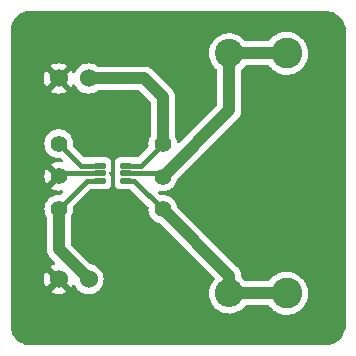
<source format=gtl>
G04 #@! TF.GenerationSoftware,KiCad,Pcbnew,(6.0.7)*
G04 #@! TF.CreationDate,2022-10-05T19:21:38-05:00*
G04 #@! TF.ProjectId,INA186_Breakout,494e4131-3836-45f4-9272-65616b6f7574,rev?*
G04 #@! TF.SameCoordinates,Original*
G04 #@! TF.FileFunction,Copper,L1,Top*
G04 #@! TF.FilePolarity,Positive*
%FSLAX46Y46*%
G04 Gerber Fmt 4.6, Leading zero omitted, Abs format (unit mm)*
G04 Created by KiCad (PCBNEW (6.0.7)) date 2022-10-05 19:21:38*
%MOMM*%
%LPD*%
G01*
G04 APERTURE LIST*
G04 Aperture macros list*
%AMRoundRect*
0 Rectangle with rounded corners*
0 $1 Rounding radius*
0 $2 $3 $4 $5 $6 $7 $8 $9 X,Y pos of 4 corners*
0 Add a 4 corners polygon primitive as box body*
4,1,4,$2,$3,$4,$5,$6,$7,$8,$9,$2,$3,0*
0 Add four circle primitives for the rounded corners*
1,1,$1+$1,$2,$3*
1,1,$1+$1,$4,$5*
1,1,$1+$1,$6,$7*
1,1,$1+$1,$8,$9*
0 Add four rect primitives between the rounded corners*
20,1,$1+$1,$2,$3,$4,$5,0*
20,1,$1+$1,$4,$5,$6,$7,0*
20,1,$1+$1,$6,$7,$8,$9,0*
20,1,$1+$1,$8,$9,$2,$3,0*%
G04 Aperture macros list end*
G04 #@! TA.AperFunction,ComponentPad*
%ADD10C,2.600000*%
G04 #@! TD*
G04 #@! TA.AperFunction,ComponentPad*
%ADD11C,2.400000*%
G04 #@! TD*
G04 #@! TA.AperFunction,ComponentPad*
%ADD12O,2.400000X2.400000*%
G04 #@! TD*
G04 #@! TA.AperFunction,ComponentPad*
%ADD13C,1.400000*%
G04 #@! TD*
G04 #@! TA.AperFunction,ComponentPad*
%ADD14C,1.524000*%
G04 #@! TD*
G04 #@! TA.AperFunction,SMDPad,CuDef*
%ADD15RoundRect,0.020000X-0.430000X-0.180000X0.430000X-0.180000X0.430000X0.180000X-0.430000X0.180000X0*%
G04 #@! TD*
G04 #@! TA.AperFunction,Conductor*
%ADD16C,0.400000*%
G04 #@! TD*
G04 #@! TA.AperFunction,Conductor*
%ADD17C,1.000000*%
G04 #@! TD*
G04 APERTURE END LIST*
D10*
X74193400Y-44754800D03*
D11*
X69342000Y-24434800D03*
D12*
X69342000Y-44754800D03*
D10*
X74193400Y-24434800D03*
D13*
X63703200Y-34874200D03*
X54889400Y-32080200D03*
X54889400Y-34848800D03*
X54889400Y-37617400D03*
D14*
X54889400Y-26568400D03*
X57429400Y-26568400D03*
X54889400Y-43561000D03*
X57429400Y-43561000D03*
D13*
X63703200Y-32105600D03*
X63703200Y-37642800D03*
D15*
X58386800Y-33944800D03*
X58386800Y-34594800D03*
X58386800Y-35244800D03*
X60586800Y-35244800D03*
X60586800Y-34594800D03*
X60586800Y-33944800D03*
D16*
X56754000Y-33944800D02*
X54889400Y-32080200D01*
X58386800Y-33944800D02*
X56754000Y-33944800D01*
X55143400Y-34594800D02*
X58386800Y-34594800D01*
X54889400Y-34848800D02*
X55143400Y-34594800D01*
X57262000Y-35244800D02*
X58386800Y-35244800D01*
D17*
X54889400Y-40970200D02*
X54889400Y-37617400D01*
X54965600Y-41046400D02*
X54889400Y-40970200D01*
X54965600Y-41097200D02*
X54965600Y-41046400D01*
X57429400Y-43561000D02*
X54965600Y-41097200D01*
D16*
X54889400Y-37617400D02*
X57262000Y-35244800D01*
X60586800Y-33944800D02*
X61864000Y-33944800D01*
D17*
X57429400Y-26568400D02*
X62153800Y-26568400D01*
X63703200Y-28117800D02*
X63703200Y-32105600D01*
D16*
X61864000Y-33944800D02*
X63703200Y-32105600D01*
D17*
X62153800Y-26568400D02*
X63703200Y-28117800D01*
D16*
X63423800Y-34594800D02*
X63703200Y-34874200D01*
D17*
X69342000Y-24434800D02*
X69342000Y-29235400D01*
X69342000Y-29235400D02*
X63703200Y-34874200D01*
D16*
X60586800Y-34594800D02*
X63423800Y-34594800D01*
D17*
X69342000Y-24434800D02*
X74193400Y-24434800D01*
X69342000Y-44754800D02*
X69342000Y-43281600D01*
X69342000Y-44754800D02*
X74193400Y-44754800D01*
D16*
X61305200Y-35244800D02*
X63703200Y-37642800D01*
D17*
X69342000Y-43281600D02*
X63703200Y-37642800D01*
D16*
X60586800Y-35244800D02*
X61305200Y-35244800D01*
G04 #@! TA.AperFunction,Conductor*
G36*
X77370272Y-20861018D02*
G01*
X77409337Y-20865207D01*
X77418169Y-20863621D01*
X77418173Y-20863621D01*
X77425038Y-20862388D01*
X77449884Y-20860430D01*
X77640080Y-20864324D01*
X77657160Y-20865842D01*
X77758855Y-20881909D01*
X77870674Y-20899576D01*
X77887394Y-20903399D01*
X78094360Y-20965822D01*
X78110405Y-20971881D01*
X78306972Y-21061831D01*
X78322034Y-21070005D01*
X78504574Y-21185823D01*
X78518389Y-21195971D01*
X78683510Y-21335506D01*
X78695809Y-21347426D01*
X78840454Y-21508097D01*
X78851026Y-21521584D01*
X78972501Y-21700398D01*
X78981151Y-21715208D01*
X79077215Y-21908858D01*
X79083773Y-21924704D01*
X79117539Y-22025160D01*
X79152648Y-22129611D01*
X79156993Y-22146202D01*
X79191224Y-22326087D01*
X79192816Y-22346793D01*
X79193424Y-22352417D01*
X79193114Y-22361390D01*
X79194891Y-22368349D01*
X79195366Y-22377170D01*
X79195366Y-47582120D01*
X79195110Y-47586251D01*
X79194061Y-47590103D01*
X79194228Y-47599081D01*
X79194358Y-47606100D01*
X79192360Y-47630910D01*
X79183087Y-47682074D01*
X79157884Y-47821128D01*
X79153706Y-47837688D01*
X79085774Y-48046199D01*
X79079395Y-48062043D01*
X78983885Y-48259457D01*
X78975422Y-48274292D01*
X78854091Y-48456977D01*
X78843699Y-48470531D01*
X78698779Y-48635124D01*
X78686650Y-48647148D01*
X78520801Y-48790633D01*
X78507156Y-48800907D01*
X78323427Y-48920642D01*
X78308525Y-48928973D01*
X78110272Y-49022771D01*
X78094391Y-49029005D01*
X77972336Y-49067599D01*
X77885287Y-49095124D01*
X77868690Y-49099158D01*
X77652570Y-49136390D01*
X77635581Y-49138142D01*
X77605238Y-49139203D01*
X77449615Y-49144643D01*
X77428099Y-49143000D01*
X77423121Y-49142776D01*
X77414303Y-49141104D01*
X77373615Y-49145069D01*
X77372098Y-49145217D01*
X77359877Y-49145811D01*
X52447881Y-49145811D01*
X52425614Y-49143828D01*
X52418164Y-49142490D01*
X52418162Y-49142490D01*
X52409329Y-49140904D01*
X52394019Y-49142546D01*
X52368700Y-49142702D01*
X52185123Y-49125299D01*
X52167412Y-49122334D01*
X52071524Y-49099158D01*
X51963504Y-49073049D01*
X51946399Y-49067599D01*
X51751558Y-48989824D01*
X51735397Y-48981995D01*
X51553607Y-48877320D01*
X51538723Y-48867274D01*
X51373647Y-48737811D01*
X51360342Y-48725750D01*
X51215349Y-48574136D01*
X51203895Y-48560307D01*
X51081932Y-48389628D01*
X51072559Y-48374311D01*
X51048538Y-48327922D01*
X50976090Y-48188014D01*
X50968992Y-48171523D01*
X50899992Y-47973415D01*
X50895309Y-47956080D01*
X50855170Y-47750173D01*
X50852999Y-47732348D01*
X50851915Y-47710629D01*
X50844167Y-47555450D01*
X50845353Y-47536663D01*
X50845609Y-47529067D01*
X50847181Y-47520224D01*
X50842985Y-47481732D01*
X50842243Y-47468078D01*
X50842243Y-44619777D01*
X54195177Y-44619777D01*
X54204474Y-44631793D01*
X54247469Y-44661898D01*
X54256955Y-44667376D01*
X54448393Y-44756645D01*
X54458685Y-44760391D01*
X54662709Y-44815059D01*
X54673504Y-44816962D01*
X54883925Y-44835372D01*
X54894875Y-44835372D01*
X55105296Y-44816962D01*
X55116091Y-44815059D01*
X55320115Y-44760391D01*
X55330407Y-44756645D01*
X55521845Y-44667376D01*
X55531331Y-44661898D01*
X55575164Y-44631207D01*
X55583539Y-44620729D01*
X55576471Y-44607281D01*
X54902212Y-43933022D01*
X54888268Y-43925408D01*
X54886435Y-43925539D01*
X54879820Y-43929790D01*
X54201607Y-44608003D01*
X54195177Y-44619777D01*
X50842243Y-44619777D01*
X50842243Y-43566475D01*
X53615028Y-43566475D01*
X53633438Y-43776896D01*
X53635341Y-43787691D01*
X53690009Y-43991715D01*
X53693755Y-44002007D01*
X53783023Y-44193441D01*
X53788503Y-44202932D01*
X53819194Y-44246765D01*
X53829671Y-44255140D01*
X53843118Y-44248072D01*
X54517378Y-43573812D01*
X54524992Y-43559868D01*
X54524861Y-43558035D01*
X54520610Y-43551420D01*
X53842397Y-42873207D01*
X53830623Y-42866777D01*
X53818607Y-42876074D01*
X53788503Y-42919068D01*
X53783023Y-42928559D01*
X53693755Y-43119993D01*
X53690009Y-43130285D01*
X53635341Y-43334309D01*
X53633438Y-43345104D01*
X53615028Y-43555525D01*
X53615028Y-43566475D01*
X50842243Y-43566475D01*
X50842243Y-37617400D01*
X53676284Y-37617400D01*
X53694714Y-37828055D01*
X53696138Y-37833368D01*
X53696138Y-37833370D01*
X53700052Y-37847975D01*
X53749444Y-38032310D01*
X53838811Y-38223958D01*
X53841963Y-38228460D01*
X53841965Y-38228463D01*
X53858114Y-38251526D01*
X53880900Y-38323796D01*
X53880900Y-40908357D01*
X53880163Y-40921964D01*
X53876076Y-40959588D01*
X53876613Y-40965723D01*
X53880450Y-41009588D01*
X53880779Y-41014414D01*
X53880900Y-41016886D01*
X53880900Y-41019969D01*
X53881201Y-41023037D01*
X53885090Y-41062706D01*
X53885212Y-41064019D01*
X53893313Y-41156613D01*
X53894800Y-41161732D01*
X53895320Y-41167033D01*
X53922191Y-41256034D01*
X53922526Y-41257167D01*
X53948491Y-41346536D01*
X53950944Y-41351268D01*
X53952484Y-41356369D01*
X53955378Y-41361812D01*
X53996131Y-41438460D01*
X53996743Y-41439626D01*
X54039508Y-41522126D01*
X54042831Y-41526289D01*
X54045334Y-41530996D01*
X54062190Y-41551664D01*
X54076407Y-41573308D01*
X54115708Y-41649126D01*
X54119031Y-41653289D01*
X54121534Y-41657996D01*
X54180355Y-41730118D01*
X54181046Y-41730974D01*
X54212338Y-41770173D01*
X54214842Y-41772677D01*
X54215484Y-41773395D01*
X54219185Y-41777728D01*
X54246535Y-41811262D01*
X54281867Y-41840491D01*
X54290637Y-41848473D01*
X54576530Y-42134366D01*
X54610556Y-42196678D01*
X54605491Y-42267493D01*
X54562944Y-42324329D01*
X54520045Y-42345168D01*
X54458687Y-42361608D01*
X54448393Y-42365355D01*
X54256959Y-42454623D01*
X54247468Y-42460103D01*
X54203635Y-42490794D01*
X54195260Y-42501271D01*
X54202328Y-42514718D01*
X55936403Y-44248793D01*
X55948177Y-44255223D01*
X55960193Y-44245926D01*
X55990297Y-44202932D01*
X55995777Y-44193441D01*
X56044929Y-44088035D01*
X56091847Y-44034750D01*
X56160124Y-44015289D01*
X56228084Y-44035831D01*
X56273319Y-44088035D01*
X56322586Y-44193689D01*
X56322589Y-44193694D01*
X56324912Y-44198676D01*
X56328068Y-44203183D01*
X56328069Y-44203185D01*
X56364507Y-44255223D01*
X56452423Y-44380781D01*
X56609619Y-44537977D01*
X56614127Y-44541134D01*
X56614130Y-44541136D01*
X56689895Y-44594187D01*
X56791723Y-44665488D01*
X56796705Y-44667811D01*
X56796710Y-44667814D01*
X56887074Y-44709951D01*
X56993204Y-44759440D01*
X56998512Y-44760862D01*
X56998514Y-44760863D01*
X57064349Y-44778503D01*
X57207937Y-44816978D01*
X57429400Y-44836353D01*
X57650863Y-44816978D01*
X57794451Y-44778503D01*
X57860286Y-44760863D01*
X57860288Y-44760862D01*
X57865596Y-44759440D01*
X57971726Y-44709951D01*
X58062090Y-44667814D01*
X58062095Y-44667811D01*
X58067077Y-44665488D01*
X58168905Y-44594187D01*
X58244670Y-44541136D01*
X58244673Y-44541134D01*
X58249181Y-44537977D01*
X58406377Y-44380781D01*
X58494294Y-44255223D01*
X58530731Y-44203185D01*
X58530732Y-44203183D01*
X58533888Y-44198676D01*
X58536211Y-44193694D01*
X58536214Y-44193689D01*
X58625517Y-44002178D01*
X58625518Y-44002177D01*
X58627840Y-43997196D01*
X58633257Y-43976982D01*
X58683954Y-43787776D01*
X58685378Y-43782463D01*
X58704753Y-43561000D01*
X58685378Y-43339537D01*
X58627840Y-43124804D01*
X58616889Y-43101319D01*
X58536214Y-42928311D01*
X58536211Y-42928306D01*
X58533888Y-42923324D01*
X58510545Y-42889986D01*
X58409536Y-42745730D01*
X58409534Y-42745727D01*
X58406377Y-42741219D01*
X58249181Y-42584023D01*
X58244673Y-42580866D01*
X58244670Y-42580864D01*
X58168905Y-42527813D01*
X58067077Y-42456512D01*
X58062095Y-42454189D01*
X58062090Y-42454186D01*
X57870578Y-42364883D01*
X57870577Y-42364882D01*
X57865596Y-42362560D01*
X57860288Y-42361138D01*
X57860286Y-42361137D01*
X57656175Y-42306445D01*
X57656171Y-42306444D01*
X57650863Y-42305022D01*
X57645390Y-42304543D01*
X57645383Y-42304542D01*
X57640887Y-42304149D01*
X57640437Y-42304110D01*
X57574318Y-42278250D01*
X57562318Y-42267684D01*
X55934805Y-40640171D01*
X55900779Y-40577859D01*
X55897900Y-40551076D01*
X55897900Y-38323796D01*
X55920686Y-38251526D01*
X55936835Y-38228463D01*
X55936837Y-38228460D01*
X55939989Y-38223958D01*
X56029356Y-38032310D01*
X56078749Y-37847975D01*
X56082662Y-37833370D01*
X56082662Y-37833368D01*
X56084086Y-37828055D01*
X56102516Y-37617400D01*
X56090650Y-37481771D01*
X56104639Y-37412166D01*
X56127076Y-37381694D01*
X56820672Y-36688099D01*
X57518566Y-35990205D01*
X57580878Y-35956179D01*
X57607661Y-35953300D01*
X58429803Y-35953300D01*
X58429806Y-35953299D01*
X58857860Y-35953299D01*
X58861618Y-35952844D01*
X58861623Y-35952844D01*
X58936017Y-35943842D01*
X58944050Y-35942870D01*
X58951573Y-35939892D01*
X58951575Y-35939891D01*
X59001557Y-35920102D01*
X59078682Y-35889566D01*
X59194020Y-35802020D01*
X59281566Y-35686682D01*
X59334870Y-35552050D01*
X59345300Y-35465861D01*
X59345299Y-35023740D01*
X59344844Y-35019974D01*
X59334870Y-34937550D01*
X59336906Y-34937304D01*
X59336903Y-34902235D01*
X59334380Y-34901930D01*
X59344344Y-34819587D01*
X59344756Y-34812765D01*
X59340325Y-34797676D01*
X59338935Y-34796471D01*
X59318017Y-34791921D01*
X59318625Y-34789125D01*
X59269830Y-34774798D01*
X59237588Y-34744979D01*
X59199211Y-34694419D01*
X59194020Y-34687580D01*
X59188349Y-34683275D01*
X59154661Y-34621583D01*
X59159726Y-34550768D01*
X59188232Y-34506414D01*
X59194020Y-34502020D01*
X59237588Y-34444621D01*
X59294706Y-34402454D01*
X59309586Y-34399820D01*
X59341923Y-34390325D01*
X59343128Y-34388935D01*
X59344799Y-34381252D01*
X59344799Y-34377575D01*
X59344343Y-34370015D01*
X59334380Y-34287670D01*
X59336917Y-34287363D01*
X59336913Y-34252297D01*
X59334870Y-34252050D01*
X59335423Y-34247477D01*
X59345300Y-34165861D01*
X59345299Y-33723740D01*
X59344844Y-33719974D01*
X59335842Y-33645583D01*
X59334870Y-33637550D01*
X59281566Y-33502918D01*
X59194020Y-33387580D01*
X59078682Y-33300034D01*
X58999697Y-33268762D01*
X58951580Y-33249711D01*
X58951578Y-33249710D01*
X58944050Y-33246730D01*
X58857861Y-33236300D01*
X57099662Y-33236300D01*
X57031541Y-33216298D01*
X57010567Y-33199396D01*
X56127076Y-32315906D01*
X56093051Y-32253593D01*
X56090650Y-32215828D01*
X56102037Y-32085675D01*
X56102516Y-32080200D01*
X56084086Y-31869545D01*
X56029356Y-31665290D01*
X55954158Y-31504027D01*
X55942312Y-31478623D01*
X55942310Y-31478620D01*
X55939989Y-31473642D01*
X55818701Y-31300424D01*
X55669176Y-31150899D01*
X55495958Y-31029611D01*
X55490980Y-31027290D01*
X55490977Y-31027288D01*
X55309292Y-30942567D01*
X55309291Y-30942566D01*
X55304310Y-30940244D01*
X55299002Y-30938822D01*
X55299000Y-30938821D01*
X55105370Y-30886938D01*
X55105368Y-30886938D01*
X55100055Y-30885514D01*
X54889400Y-30867084D01*
X54678745Y-30885514D01*
X54673432Y-30886938D01*
X54673430Y-30886938D01*
X54479800Y-30938821D01*
X54479798Y-30938822D01*
X54474490Y-30940244D01*
X54469509Y-30942566D01*
X54469508Y-30942567D01*
X54287823Y-31027288D01*
X54287820Y-31027290D01*
X54282842Y-31029611D01*
X54109624Y-31150899D01*
X53960099Y-31300424D01*
X53838811Y-31473642D01*
X53836490Y-31478620D01*
X53836488Y-31478623D01*
X53824642Y-31504027D01*
X53749444Y-31665290D01*
X53694714Y-31869545D01*
X53676284Y-32080200D01*
X53694714Y-32290855D01*
X53749444Y-32495110D01*
X53838811Y-32686758D01*
X53960099Y-32859976D01*
X54109624Y-33009501D01*
X54282842Y-33130789D01*
X54287820Y-33133110D01*
X54287823Y-33133112D01*
X54429968Y-33199395D01*
X54474490Y-33220156D01*
X54479798Y-33221578D01*
X54479800Y-33221579D01*
X54673430Y-33273462D01*
X54673432Y-33273462D01*
X54678745Y-33274886D01*
X54889400Y-33293316D01*
X54894875Y-33292837D01*
X55025029Y-33281450D01*
X55094634Y-33295439D01*
X55125106Y-33317876D01*
X55261783Y-33454553D01*
X55295809Y-33516865D01*
X55290744Y-33587680D01*
X55248197Y-33644516D01*
X55181677Y-33669327D01*
X55140077Y-33665355D01*
X55105281Y-33656031D01*
X55094491Y-33654129D01*
X54894875Y-33636665D01*
X54883925Y-33636665D01*
X54684309Y-33654129D01*
X54673522Y-33656031D01*
X54479971Y-33707893D01*
X54469677Y-33711641D01*
X54288077Y-33796321D01*
X54278589Y-33801799D01*
X54248152Y-33823111D01*
X54239777Y-33833588D01*
X54246846Y-33847036D01*
X55159515Y-34759705D01*
X55193541Y-34822017D01*
X55188476Y-34892832D01*
X55159515Y-34937895D01*
X54246124Y-35851286D01*
X54239694Y-35863061D01*
X54248990Y-35875076D01*
X54278589Y-35895801D01*
X54288077Y-35901279D01*
X54469677Y-35985959D01*
X54479971Y-35989707D01*
X54673522Y-36041569D01*
X54684309Y-36043471D01*
X54883925Y-36060935D01*
X54894875Y-36060935D01*
X55094491Y-36043471D01*
X55105281Y-36041569D01*
X55140077Y-36032245D01*
X55211053Y-36033935D01*
X55269849Y-36073729D01*
X55297797Y-36138993D01*
X55286024Y-36209007D01*
X55261783Y-36243047D01*
X55125106Y-36379724D01*
X55062794Y-36413750D01*
X55025029Y-36416150D01*
X54894875Y-36404763D01*
X54889400Y-36404284D01*
X54678745Y-36422714D01*
X54673432Y-36424138D01*
X54673430Y-36424138D01*
X54479800Y-36476021D01*
X54479798Y-36476022D01*
X54474490Y-36477444D01*
X54469509Y-36479766D01*
X54469508Y-36479767D01*
X54287823Y-36564488D01*
X54287820Y-36564490D01*
X54282842Y-36566811D01*
X54109624Y-36688099D01*
X53960099Y-36837624D01*
X53838811Y-37010842D01*
X53836490Y-37015820D01*
X53836488Y-37015823D01*
X53824644Y-37041223D01*
X53749444Y-37202490D01*
X53694714Y-37406745D01*
X53676284Y-37617400D01*
X50842243Y-37617400D01*
X50842243Y-34854275D01*
X53677265Y-34854275D01*
X53694729Y-35053891D01*
X53696631Y-35064678D01*
X53748493Y-35258229D01*
X53752241Y-35268523D01*
X53836921Y-35450123D01*
X53842399Y-35459611D01*
X53863711Y-35490048D01*
X53874188Y-35498423D01*
X53887636Y-35491354D01*
X54517378Y-34861612D01*
X54524992Y-34847668D01*
X54524861Y-34845835D01*
X54520610Y-34839220D01*
X53886914Y-34205524D01*
X53875139Y-34199094D01*
X53863124Y-34208390D01*
X53842399Y-34237989D01*
X53836921Y-34247477D01*
X53752241Y-34429077D01*
X53748493Y-34439371D01*
X53696631Y-34632922D01*
X53694729Y-34643709D01*
X53677265Y-34843325D01*
X53677265Y-34854275D01*
X50842243Y-34854275D01*
X50842243Y-27627177D01*
X54195177Y-27627177D01*
X54204474Y-27639193D01*
X54247469Y-27669298D01*
X54256955Y-27674776D01*
X54448393Y-27764045D01*
X54458685Y-27767791D01*
X54662709Y-27822459D01*
X54673504Y-27824362D01*
X54883925Y-27842772D01*
X54894875Y-27842772D01*
X55105296Y-27824362D01*
X55116091Y-27822459D01*
X55320115Y-27767791D01*
X55330407Y-27764045D01*
X55521845Y-27674776D01*
X55531331Y-27669298D01*
X55575164Y-27638607D01*
X55583539Y-27628129D01*
X55576471Y-27614681D01*
X54902212Y-26940422D01*
X54888268Y-26932808D01*
X54886435Y-26932939D01*
X54879820Y-26937190D01*
X54201607Y-27615403D01*
X54195177Y-27627177D01*
X50842243Y-27627177D01*
X50842243Y-26573875D01*
X53615028Y-26573875D01*
X53633438Y-26784296D01*
X53635341Y-26795091D01*
X53690009Y-26999115D01*
X53693755Y-27009407D01*
X53783023Y-27200841D01*
X53788503Y-27210332D01*
X53819194Y-27254165D01*
X53829671Y-27262540D01*
X53843118Y-27255472D01*
X54517378Y-26581212D01*
X54523756Y-26569532D01*
X55253808Y-26569532D01*
X55253939Y-26571365D01*
X55258190Y-26577980D01*
X55936403Y-27256193D01*
X55948177Y-27262623D01*
X55960193Y-27253326D01*
X55990297Y-27210332D01*
X55995777Y-27200841D01*
X56044929Y-27095435D01*
X56091847Y-27042150D01*
X56160124Y-27022689D01*
X56228084Y-27043231D01*
X56273319Y-27095435D01*
X56322586Y-27201089D01*
X56322589Y-27201094D01*
X56324912Y-27206076D01*
X56328068Y-27210583D01*
X56328069Y-27210585D01*
X56442846Y-27374503D01*
X56452423Y-27388181D01*
X56609619Y-27545377D01*
X56614127Y-27548534D01*
X56614130Y-27548536D01*
X56646705Y-27571345D01*
X56791723Y-27672888D01*
X56796705Y-27675211D01*
X56796710Y-27675214D01*
X56987210Y-27764045D01*
X56993204Y-27766840D01*
X56998512Y-27768262D01*
X56998514Y-27768263D01*
X57064349Y-27785903D01*
X57207937Y-27824378D01*
X57429400Y-27843753D01*
X57650863Y-27824378D01*
X57794451Y-27785903D01*
X57860286Y-27768263D01*
X57860288Y-27768262D01*
X57865596Y-27766840D01*
X57871590Y-27764045D01*
X58062090Y-27675214D01*
X58062095Y-27675211D01*
X58067077Y-27672888D01*
X58101259Y-27648954D01*
X58171619Y-27599687D01*
X58243890Y-27576900D01*
X61683875Y-27576900D01*
X61751996Y-27596902D01*
X61772970Y-27613805D01*
X62657795Y-28498630D01*
X62691821Y-28560942D01*
X62694700Y-28587725D01*
X62694700Y-31399204D01*
X62671914Y-31471474D01*
X62652611Y-31499042D01*
X62563244Y-31690690D01*
X62561822Y-31695998D01*
X62561821Y-31696000D01*
X62509938Y-31889630D01*
X62508514Y-31894945D01*
X62490084Y-32105600D01*
X62490563Y-32111075D01*
X62501950Y-32241229D01*
X62487961Y-32310834D01*
X62465524Y-32341306D01*
X61607435Y-33199395D01*
X61545123Y-33233421D01*
X61518340Y-33236300D01*
X60543797Y-33236300D01*
X60543794Y-33236301D01*
X60115740Y-33236301D01*
X60111982Y-33236756D01*
X60111977Y-33236756D01*
X60037591Y-33245757D01*
X60029550Y-33246730D01*
X60022027Y-33249708D01*
X60022025Y-33249709D01*
X59972043Y-33269498D01*
X59894918Y-33300034D01*
X59779580Y-33387580D01*
X59692034Y-33502918D01*
X59638730Y-33637550D01*
X59628300Y-33723739D01*
X59628301Y-34165860D01*
X59628756Y-34169618D01*
X59628756Y-34169623D01*
X59638730Y-34252050D01*
X59636431Y-34252328D01*
X59636432Y-34287272D01*
X59638730Y-34287550D01*
X59628300Y-34373739D01*
X59628301Y-34815860D01*
X59628756Y-34819618D01*
X59628756Y-34819623D01*
X59638730Y-34902050D01*
X59636431Y-34902328D01*
X59636432Y-34937272D01*
X59638730Y-34937550D01*
X59628300Y-35023739D01*
X59628301Y-35465860D01*
X59628756Y-35469618D01*
X59628756Y-35469623D01*
X59630649Y-35485263D01*
X59638730Y-35552050D01*
X59692034Y-35686682D01*
X59779580Y-35802020D01*
X59894918Y-35889566D01*
X59973903Y-35920838D01*
X60022020Y-35939889D01*
X60022022Y-35939890D01*
X60029550Y-35942870D01*
X60115739Y-35953300D01*
X60959540Y-35953300D01*
X61027661Y-35973302D01*
X61048635Y-35990205D01*
X62465524Y-37407094D01*
X62499550Y-37469406D01*
X62501950Y-37507171D01*
X62490084Y-37642800D01*
X62508514Y-37853455D01*
X62563244Y-38057710D01*
X62565566Y-38062691D01*
X62565567Y-38062692D01*
X62640767Y-38223958D01*
X62652611Y-38249358D01*
X62773899Y-38422576D01*
X62923424Y-38572101D01*
X63096642Y-38693389D01*
X63101620Y-38695710D01*
X63101623Y-38695712D01*
X63283308Y-38780433D01*
X63288290Y-38782756D01*
X63293598Y-38784178D01*
X63293600Y-38784179D01*
X63360543Y-38802116D01*
X63431394Y-38821100D01*
X63487877Y-38853712D01*
X65807094Y-41172928D01*
X68068803Y-43434637D01*
X68102829Y-43496949D01*
X68097764Y-43567764D01*
X68076582Y-43604301D01*
X67996268Y-43700869D01*
X67947183Y-43759887D01*
X67815447Y-43976982D01*
X67813638Y-43981296D01*
X67813637Y-43981298D01*
X67768879Y-44088035D01*
X67717246Y-44211165D01*
X67716095Y-44215697D01*
X67716094Y-44215700D01*
X67685017Y-44338067D01*
X67654738Y-44457290D01*
X67629296Y-44709951D01*
X67629520Y-44714617D01*
X67629520Y-44714622D01*
X67634345Y-44815059D01*
X67641480Y-44963598D01*
X67691021Y-45212657D01*
X67692600Y-45217055D01*
X67692602Y-45217062D01*
X67747719Y-45370575D01*
X67776831Y-45451658D01*
X67897025Y-45675351D01*
X67899820Y-45679094D01*
X67899822Y-45679097D01*
X68046171Y-45875082D01*
X68046176Y-45875088D01*
X68048963Y-45878820D01*
X68052272Y-45882100D01*
X68052277Y-45882106D01*
X68150859Y-45979831D01*
X68229307Y-46057597D01*
X68233069Y-46060355D01*
X68233072Y-46060358D01*
X68338764Y-46137854D01*
X68434094Y-46207753D01*
X68438229Y-46209929D01*
X68438233Y-46209931D01*
X68556289Y-46272043D01*
X68658827Y-46325991D01*
X68898568Y-46409712D01*
X69148050Y-46457078D01*
X69268532Y-46461811D01*
X69397125Y-46466864D01*
X69397130Y-46466864D01*
X69401793Y-46467047D01*
X69500774Y-46456207D01*
X69649569Y-46439912D01*
X69649575Y-46439911D01*
X69654222Y-46439402D01*
X69763680Y-46410584D01*
X69895273Y-46375938D01*
X69899793Y-46374748D01*
X70085476Y-46294973D01*
X70128807Y-46276357D01*
X70128810Y-46276355D01*
X70133110Y-46274508D01*
X70137090Y-46272045D01*
X70137094Y-46272043D01*
X70345064Y-46143347D01*
X70345066Y-46143345D01*
X70349047Y-46140882D01*
X70447428Y-46057597D01*
X70539289Y-45979831D01*
X70539291Y-45979829D01*
X70542862Y-45976806D01*
X70692459Y-45806223D01*
X70752411Y-45768195D01*
X70787190Y-45763300D01*
X72626126Y-45763300D01*
X72694247Y-45783302D01*
X72727084Y-45813911D01*
X72824681Y-45944610D01*
X72827990Y-45947890D01*
X72827995Y-45947896D01*
X73012263Y-46130562D01*
X73015580Y-46133850D01*
X73019342Y-46136608D01*
X73019345Y-46136611D01*
X73131699Y-46218992D01*
X73232354Y-46292795D01*
X73236489Y-46294971D01*
X73236493Y-46294973D01*
X73456232Y-46410584D01*
X73470240Y-46417954D01*
X73724013Y-46506575D01*
X73728606Y-46507447D01*
X73983509Y-46555842D01*
X73983512Y-46555842D01*
X73988098Y-46556713D01*
X74115770Y-46561729D01*
X74252025Y-46567083D01*
X74252030Y-46567083D01*
X74256693Y-46567266D01*
X74361007Y-46555842D01*
X74519244Y-46538513D01*
X74519250Y-46538512D01*
X74523897Y-46538003D01*
X74528421Y-46536812D01*
X74779318Y-46470756D01*
X74779320Y-46470755D01*
X74783841Y-46469565D01*
X74790887Y-46466538D01*
X75026520Y-46365302D01*
X75026522Y-46365301D01*
X75030814Y-46363457D01*
X75178538Y-46272043D01*
X75255417Y-46224469D01*
X75255421Y-46224466D01*
X75259390Y-46222010D01*
X75464549Y-46048330D01*
X75641782Y-45846234D01*
X75680601Y-45785884D01*
X75784669Y-45624091D01*
X75787197Y-45620161D01*
X75897599Y-45375078D01*
X75970563Y-45116368D01*
X75989998Y-44963598D01*
X76004088Y-44852845D01*
X76004088Y-44852841D01*
X76004486Y-44849715D01*
X76004849Y-44835874D01*
X76006812Y-44760863D01*
X76006971Y-44754800D01*
X75987050Y-44486737D01*
X75963075Y-44380781D01*
X75928761Y-44229131D01*
X75928760Y-44229126D01*
X75927727Y-44224563D01*
X75830302Y-43974038D01*
X75696918Y-43740664D01*
X75685632Y-43726347D01*
X75630816Y-43656814D01*
X75530505Y-43529569D01*
X75334717Y-43345391D01*
X75113857Y-43192174D01*
X75109664Y-43190106D01*
X74876964Y-43075351D01*
X74876961Y-43075350D01*
X74872776Y-43073286D01*
X74825145Y-43058039D01*
X74771021Y-43040714D01*
X74616770Y-42991338D01*
X74612163Y-42990588D01*
X74612160Y-42990587D01*
X74356074Y-42948881D01*
X74356075Y-42948881D01*
X74351463Y-42948130D01*
X74221119Y-42946424D01*
X74087361Y-42944673D01*
X74087358Y-42944673D01*
X74082684Y-42944612D01*
X73816337Y-42980860D01*
X73558274Y-43056078D01*
X73314163Y-43168615D01*
X73310254Y-43171178D01*
X73093281Y-43313431D01*
X73093276Y-43313435D01*
X73089368Y-43315997D01*
X72888826Y-43494988D01*
X72717597Y-43700869D01*
X72658660Y-43740453D01*
X72620723Y-43746300D01*
X70783734Y-43746300D01*
X70715613Y-43726298D01*
X70684784Y-43698306D01*
X70666734Y-43675410D01*
X70605171Y-43597317D01*
X70420209Y-43423323D01*
X70408155Y-43414961D01*
X70363587Y-43359698D01*
X70355672Y-43304508D01*
X70354594Y-43304497D01*
X70354659Y-43298337D01*
X70355324Y-43292211D01*
X70350950Y-43242209D01*
X70350621Y-43237384D01*
X70350500Y-43234913D01*
X70350500Y-43231831D01*
X70348297Y-43209363D01*
X70346309Y-43189089D01*
X70346187Y-43187774D01*
X70338623Y-43101319D01*
X70338087Y-43095187D01*
X70336600Y-43090068D01*
X70336080Y-43084767D01*
X70309218Y-42995794D01*
X70308862Y-42994594D01*
X70294524Y-42945243D01*
X70282909Y-42905263D01*
X70280455Y-42900529D01*
X70278916Y-42895431D01*
X70267099Y-42873207D01*
X70235316Y-42813431D01*
X70234702Y-42812263D01*
X70194726Y-42735141D01*
X70194725Y-42735140D01*
X70191892Y-42729674D01*
X70188569Y-42725511D01*
X70186066Y-42720804D01*
X70127263Y-42648705D01*
X70126500Y-42647760D01*
X70095261Y-42608627D01*
X70092770Y-42606136D01*
X70092120Y-42605409D01*
X70088408Y-42601063D01*
X70064955Y-42572308D01*
X70061065Y-42567538D01*
X70056323Y-42563615D01*
X70056321Y-42563613D01*
X70025727Y-42538303D01*
X70016947Y-42530313D01*
X64914113Y-37427479D01*
X64881501Y-37370995D01*
X64844579Y-37233200D01*
X64844578Y-37233198D01*
X64843156Y-37227890D01*
X64753789Y-37036242D01*
X64632501Y-36863024D01*
X64482976Y-36713499D01*
X64309758Y-36592211D01*
X64304780Y-36589890D01*
X64304777Y-36589888D01*
X64123092Y-36505167D01*
X64123091Y-36505166D01*
X64118110Y-36502844D01*
X64112802Y-36501422D01*
X64112800Y-36501421D01*
X63919170Y-36449538D01*
X63919168Y-36449538D01*
X63913855Y-36448114D01*
X63703200Y-36429684D01*
X63697725Y-36430163D01*
X63567571Y-36441550D01*
X63497966Y-36427561D01*
X63467494Y-36405124D01*
X63331523Y-36269153D01*
X63297497Y-36206841D01*
X63302562Y-36136026D01*
X63345109Y-36079190D01*
X63411629Y-36054379D01*
X63453230Y-36058352D01*
X63487223Y-36067461D01*
X63487234Y-36067463D01*
X63492545Y-36068886D01*
X63703200Y-36087316D01*
X63913855Y-36068886D01*
X63919168Y-36067462D01*
X63919170Y-36067462D01*
X64112800Y-36015579D01*
X64112802Y-36015578D01*
X64118110Y-36014156D01*
X64205722Y-35973302D01*
X64304777Y-35927112D01*
X64304780Y-35927110D01*
X64309758Y-35924789D01*
X64482976Y-35803501D01*
X64632501Y-35653976D01*
X64753789Y-35480758D01*
X64758982Y-35469623D01*
X64840833Y-35294092D01*
X64840834Y-35294091D01*
X64843156Y-35289110D01*
X64881500Y-35146006D01*
X64914112Y-35089523D01*
X70011379Y-29992255D01*
X70021522Y-29983153D01*
X70046218Y-29963297D01*
X70051025Y-29959432D01*
X70083320Y-29920944D01*
X70086478Y-29917325D01*
X70088124Y-29915510D01*
X70090309Y-29913325D01*
X70092264Y-29910945D01*
X70092273Y-29910935D01*
X70117549Y-29880164D01*
X70118391Y-29879149D01*
X70174194Y-29812645D01*
X70178154Y-29807926D01*
X70180723Y-29803252D01*
X70184102Y-29799139D01*
X70227975Y-29717315D01*
X70228584Y-29716193D01*
X70270464Y-29640014D01*
X70270465Y-29640012D01*
X70273433Y-29634613D01*
X70275045Y-29629531D01*
X70277562Y-29624837D01*
X70304762Y-29535869D01*
X70305108Y-29534758D01*
X70331373Y-29451963D01*
X70333235Y-29446094D01*
X70333829Y-29440798D01*
X70335387Y-29435702D01*
X70344790Y-29343143D01*
X70344911Y-29342007D01*
X70350500Y-29292173D01*
X70350500Y-29288646D01*
X70350555Y-29287661D01*
X70351002Y-29281981D01*
X70355374Y-29238938D01*
X70351059Y-29193291D01*
X70350500Y-29181433D01*
X70350500Y-25878072D01*
X70370502Y-25809951D01*
X70395086Y-25781907D01*
X70542862Y-25656806D01*
X70692459Y-25486223D01*
X70752411Y-25448195D01*
X70787190Y-25443300D01*
X72626126Y-25443300D01*
X72694247Y-25463302D01*
X72727084Y-25493911D01*
X72824681Y-25624610D01*
X72827990Y-25627890D01*
X72827995Y-25627896D01*
X72977637Y-25776237D01*
X73015580Y-25813850D01*
X73019342Y-25816608D01*
X73019345Y-25816611D01*
X73109391Y-25882635D01*
X73232354Y-25972795D01*
X73236489Y-25974971D01*
X73236493Y-25974973D01*
X73463960Y-26094650D01*
X73470240Y-26097954D01*
X73724013Y-26186575D01*
X73728606Y-26187447D01*
X73983509Y-26235842D01*
X73983512Y-26235842D01*
X73988098Y-26236713D01*
X74115770Y-26241729D01*
X74252025Y-26247083D01*
X74252030Y-26247083D01*
X74256693Y-26247266D01*
X74361007Y-26235842D01*
X74519244Y-26218513D01*
X74519250Y-26218512D01*
X74523897Y-26218003D01*
X74528421Y-26216812D01*
X74779318Y-26150756D01*
X74779320Y-26150755D01*
X74783841Y-26149565D01*
X74788138Y-26147719D01*
X75026520Y-26045302D01*
X75026522Y-26045301D01*
X75030814Y-26043457D01*
X75212989Y-25930724D01*
X75255417Y-25904469D01*
X75255421Y-25904466D01*
X75259390Y-25902010D01*
X75464549Y-25728330D01*
X75641782Y-25526234D01*
X75644430Y-25522118D01*
X75778076Y-25314341D01*
X75787197Y-25300161D01*
X75897599Y-25055078D01*
X75970563Y-24796368D01*
X75989998Y-24643598D01*
X76004088Y-24532845D01*
X76004088Y-24532841D01*
X76004486Y-24529715D01*
X76006971Y-24434800D01*
X75987050Y-24166737D01*
X75927727Y-23904563D01*
X75830302Y-23654038D01*
X75696918Y-23420664D01*
X75665547Y-23380869D01*
X75630816Y-23336814D01*
X75530505Y-23209569D01*
X75334717Y-23025391D01*
X75113857Y-22872174D01*
X75109664Y-22870106D01*
X74876964Y-22755351D01*
X74876961Y-22755350D01*
X74872776Y-22753286D01*
X74825145Y-22738039D01*
X74771021Y-22720714D01*
X74616770Y-22671338D01*
X74612163Y-22670588D01*
X74612160Y-22670587D01*
X74356074Y-22628881D01*
X74356075Y-22628881D01*
X74351463Y-22628130D01*
X74221119Y-22626424D01*
X74087361Y-22624673D01*
X74087358Y-22624673D01*
X74082684Y-22624612D01*
X73816337Y-22660860D01*
X73558274Y-22736078D01*
X73314163Y-22848615D01*
X73310254Y-22851178D01*
X73093281Y-22993431D01*
X73093276Y-22993435D01*
X73089368Y-22995997D01*
X72888826Y-23174988D01*
X72717597Y-23380869D01*
X72658660Y-23420453D01*
X72620723Y-23426300D01*
X70783734Y-23426300D01*
X70715613Y-23406298D01*
X70684784Y-23378306D01*
X70666734Y-23355410D01*
X70605171Y-23277317D01*
X70420209Y-23103323D01*
X70312492Y-23028597D01*
X70215393Y-22961237D01*
X70215390Y-22961235D01*
X70211561Y-22958579D01*
X70207384Y-22956519D01*
X70207377Y-22956515D01*
X69987996Y-22848328D01*
X69987992Y-22848327D01*
X69983810Y-22846264D01*
X69741960Y-22768847D01*
X69737355Y-22768097D01*
X69495935Y-22728780D01*
X69495934Y-22728780D01*
X69491323Y-22728029D01*
X69364364Y-22726367D01*
X69242083Y-22724766D01*
X69242080Y-22724766D01*
X69237406Y-22724705D01*
X68985787Y-22758949D01*
X68741993Y-22830008D01*
X68511380Y-22936322D01*
X68507471Y-22938885D01*
X68302928Y-23072989D01*
X68302923Y-23072993D01*
X68299015Y-23075555D01*
X68109562Y-23244648D01*
X67947183Y-23439887D01*
X67815447Y-23656982D01*
X67717246Y-23891165D01*
X67654738Y-24137290D01*
X67629296Y-24389951D01*
X67641480Y-24643598D01*
X67691021Y-24892657D01*
X67692600Y-24897055D01*
X67692602Y-24897062D01*
X67747719Y-25050575D01*
X67776831Y-25131658D01*
X67779048Y-25135784D01*
X67874990Y-25314341D01*
X67897025Y-25355351D01*
X67899820Y-25359094D01*
X67899822Y-25359097D01*
X68046171Y-25555082D01*
X68046176Y-25555088D01*
X68048963Y-25558820D01*
X68052272Y-25562100D01*
X68052277Y-25562106D01*
X68223005Y-25731350D01*
X68229307Y-25737597D01*
X68233069Y-25740355D01*
X68233072Y-25740358D01*
X68282005Y-25776237D01*
X68325113Y-25832648D01*
X68333500Y-25877849D01*
X68333500Y-28765476D01*
X68313498Y-28833597D01*
X68296595Y-28854571D01*
X65117780Y-32033386D01*
X65055468Y-32067412D01*
X64984653Y-32062347D01*
X64927817Y-32019800D01*
X64903164Y-31955273D01*
X64898365Y-31900425D01*
X64897886Y-31894945D01*
X64896462Y-31889630D01*
X64844579Y-31696000D01*
X64844578Y-31695998D01*
X64843156Y-31690690D01*
X64753789Y-31499042D01*
X64734486Y-31471474D01*
X64711700Y-31399204D01*
X64711700Y-28179640D01*
X64712437Y-28166032D01*
X64715859Y-28134536D01*
X64715859Y-28134532D01*
X64716524Y-28128411D01*
X64712150Y-28078409D01*
X64711821Y-28073584D01*
X64711700Y-28071113D01*
X64711700Y-28068031D01*
X64707509Y-28025289D01*
X64707387Y-28023974D01*
X64699823Y-27937519D01*
X64699287Y-27931387D01*
X64697800Y-27926268D01*
X64697280Y-27920967D01*
X64670399Y-27831933D01*
X64670064Y-27830800D01*
X64645827Y-27747378D01*
X64645825Y-27747374D01*
X64644108Y-27741463D01*
X64641657Y-27736734D01*
X64640116Y-27731631D01*
X64596430Y-27649469D01*
X64595883Y-27648427D01*
X64555928Y-27571345D01*
X64555927Y-27571344D01*
X64553092Y-27565874D01*
X64549769Y-27561711D01*
X64547266Y-27557004D01*
X64488463Y-27484905D01*
X64487700Y-27483960D01*
X64456461Y-27444827D01*
X64453970Y-27442336D01*
X64453320Y-27441609D01*
X64449608Y-27437263D01*
X64426155Y-27408508D01*
X64422265Y-27403738D01*
X64417523Y-27399815D01*
X64417521Y-27399813D01*
X64386927Y-27374503D01*
X64378147Y-27366513D01*
X62910655Y-25899021D01*
X62901553Y-25888878D01*
X62881697Y-25864182D01*
X62877832Y-25859375D01*
X62839378Y-25827108D01*
X62835731Y-25823928D01*
X62833919Y-25822285D01*
X62831725Y-25820091D01*
X62798451Y-25792758D01*
X62797653Y-25792096D01*
X62726326Y-25732246D01*
X62721656Y-25729678D01*
X62717539Y-25726297D01*
X62635714Y-25682423D01*
X62634555Y-25681794D01*
X62558419Y-25639938D01*
X62558411Y-25639935D01*
X62553013Y-25636967D01*
X62547931Y-25635355D01*
X62543237Y-25632838D01*
X62454269Y-25605638D01*
X62453241Y-25605318D01*
X62364494Y-25577165D01*
X62359198Y-25576571D01*
X62354102Y-25575013D01*
X62261543Y-25565610D01*
X62260407Y-25565489D01*
X62226792Y-25561719D01*
X62214070Y-25560292D01*
X62214066Y-25560292D01*
X62210573Y-25559900D01*
X62207046Y-25559900D01*
X62206061Y-25559845D01*
X62200381Y-25559398D01*
X62170975Y-25556411D01*
X62163463Y-25555648D01*
X62163461Y-25555648D01*
X62157338Y-25555026D01*
X62117203Y-25558820D01*
X62111691Y-25559341D01*
X62099833Y-25559900D01*
X58243890Y-25559900D01*
X58171619Y-25537113D01*
X58071586Y-25467069D01*
X58071584Y-25467068D01*
X58067077Y-25463912D01*
X58062095Y-25461589D01*
X58062090Y-25461586D01*
X57870578Y-25372283D01*
X57870577Y-25372282D01*
X57865596Y-25369960D01*
X57860288Y-25368538D01*
X57860286Y-25368537D01*
X57794451Y-25350897D01*
X57650863Y-25312422D01*
X57429400Y-25293047D01*
X57207937Y-25312422D01*
X57064349Y-25350897D01*
X56998514Y-25368537D01*
X56998512Y-25368538D01*
X56993204Y-25369960D01*
X56988223Y-25372282D01*
X56988222Y-25372283D01*
X56796711Y-25461586D01*
X56796706Y-25461589D01*
X56791724Y-25463912D01*
X56787217Y-25467068D01*
X56787215Y-25467069D01*
X56614130Y-25588264D01*
X56614127Y-25588266D01*
X56609619Y-25591423D01*
X56452423Y-25748619D01*
X56449266Y-25753127D01*
X56449264Y-25753130D01*
X56343296Y-25904469D01*
X56324912Y-25930724D01*
X56322589Y-25935706D01*
X56322586Y-25935711D01*
X56273319Y-26041365D01*
X56226401Y-26094650D01*
X56158124Y-26114111D01*
X56090164Y-26093569D01*
X56044929Y-26041365D01*
X55995777Y-25935959D01*
X55990297Y-25926468D01*
X55959606Y-25882635D01*
X55949129Y-25874260D01*
X55935682Y-25881328D01*
X55261422Y-26555588D01*
X55253808Y-26569532D01*
X54523756Y-26569532D01*
X54524992Y-26567268D01*
X54524861Y-26565435D01*
X54520610Y-26558820D01*
X53842397Y-25880607D01*
X53830623Y-25874177D01*
X53818607Y-25883474D01*
X53788503Y-25926468D01*
X53783023Y-25935959D01*
X53693755Y-26127393D01*
X53690009Y-26137685D01*
X53635341Y-26341709D01*
X53633438Y-26352504D01*
X53615028Y-26562925D01*
X53615028Y-26573875D01*
X50842243Y-26573875D01*
X50842243Y-25508671D01*
X54195260Y-25508671D01*
X54202328Y-25522118D01*
X54876588Y-26196378D01*
X54890532Y-26203992D01*
X54892365Y-26203861D01*
X54898980Y-26199610D01*
X55577193Y-25521397D01*
X55583623Y-25509623D01*
X55574326Y-25497607D01*
X55531331Y-25467502D01*
X55521845Y-25462024D01*
X55330407Y-25372755D01*
X55320115Y-25369009D01*
X55116091Y-25314341D01*
X55105296Y-25312438D01*
X54894875Y-25294028D01*
X54883925Y-25294028D01*
X54673504Y-25312438D01*
X54662709Y-25314341D01*
X54458685Y-25369009D01*
X54448393Y-25372755D01*
X54256959Y-25462023D01*
X54247468Y-25467503D01*
X54203635Y-25498194D01*
X54195260Y-25508671D01*
X50842243Y-25508671D01*
X50842243Y-22542855D01*
X50843208Y-22527287D01*
X50846277Y-22502639D01*
X50846277Y-22502638D01*
X50847386Y-22493731D01*
X50844945Y-22478661D01*
X50843433Y-22453285D01*
X50851086Y-22269222D01*
X50853147Y-22251173D01*
X50891855Y-22045304D01*
X50896490Y-22027739D01*
X50964401Y-21829575D01*
X50971514Y-21812859D01*
X51067215Y-21626522D01*
X51076658Y-21611003D01*
X51198160Y-21440364D01*
X51209737Y-21426363D01*
X51354518Y-21274968D01*
X51367986Y-21262778D01*
X51533036Y-21133774D01*
X51548111Y-21123653D01*
X51571037Y-21110553D01*
X51729996Y-21019725D01*
X51746369Y-21011877D01*
X51941303Y-20935186D01*
X51958643Y-20929771D01*
X52162581Y-20881909D01*
X52180520Y-20879044D01*
X52356862Y-20863803D01*
X52374740Y-20864287D01*
X52383200Y-20864272D01*
X52392090Y-20865528D01*
X52400974Y-20864239D01*
X52400977Y-20864239D01*
X52419121Y-20861606D01*
X52437213Y-20860300D01*
X77356838Y-20860300D01*
X77370272Y-20861018D01*
G37*
G04 #@! TD.AperFunction*
M02*

</source>
